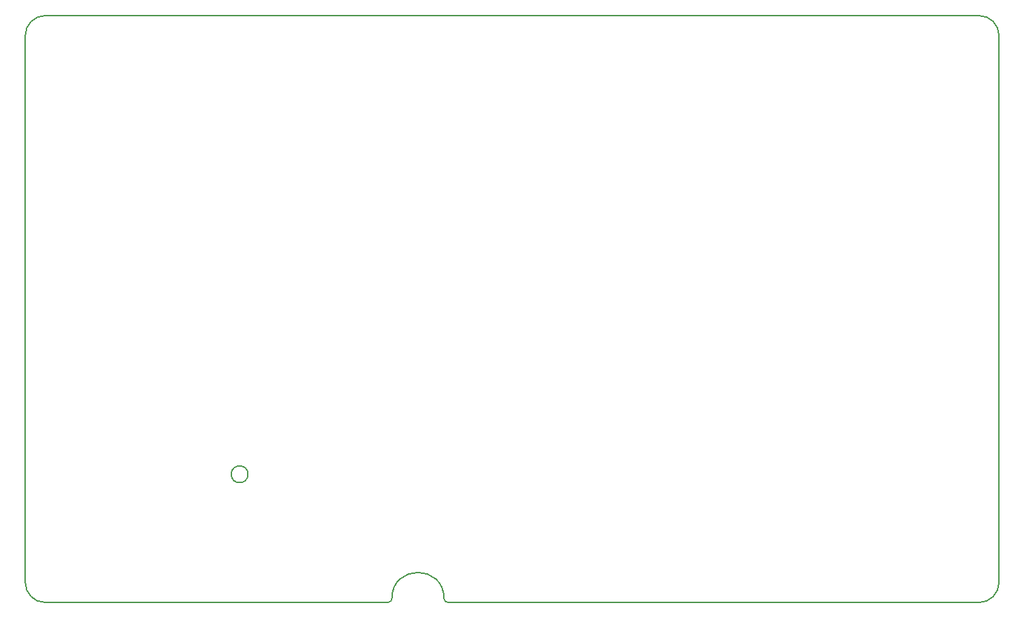
<source format=gm1>
G04 #@! TF.GenerationSoftware,KiCad,Pcbnew,(5.1.6)-1*
G04 #@! TF.CreationDate,2020-09-13T17:37:44+02:00*
G04 #@! TF.ProjectId,MainBoard,4d61696e-426f-4617-9264-2e6b69636164,rev?*
G04 #@! TF.SameCoordinates,Original*
G04 #@! TF.FileFunction,Profile,NP*
%FSLAX46Y46*%
G04 Gerber Fmt 4.6, Leading zero omitted, Abs format (unit mm)*
G04 Created by KiCad (PCBNEW (5.1.6)-1) date 2020-09-13 17:37:44*
%MOMM*%
%LPD*%
G01*
G04 APERTURE LIST*
G04 #@! TA.AperFunction,Profile*
%ADD10C,0.153000*%
G04 #@! TD*
G04 #@! TA.AperFunction,Profile*
%ADD11C,0.200000*%
G04 #@! TD*
G04 APERTURE END LIST*
D10*
X51050000Y-94250000D02*
G75*
G03*
X51050000Y-94250000I-1050000J0D01*
G01*
D11*
X68500000Y-110250000D02*
X25750000Y-110250000D01*
X76000000Y-110250000D02*
G75*
G02*
X75500000Y-109750000I0J500000D01*
G01*
X69000000Y-109750000D02*
G75*
G02*
X68500000Y-110250000I-500000J0D01*
G01*
X69000000Y-109750000D02*
G75*
G02*
X75500000Y-109750000I3250000J0D01*
G01*
X23250000Y-39500000D02*
G75*
G02*
X25750000Y-37000000I2500000J0D01*
G01*
X25750000Y-110250000D02*
G75*
G02*
X23250000Y-107750000I0J2500000D01*
G01*
X23250000Y-107750000D02*
X23250000Y-39500000D01*
X142250000Y-37000000D02*
X25750000Y-37000000D01*
X142250000Y-110250000D02*
X76000000Y-110250000D01*
X142250000Y-37000000D02*
G75*
G02*
X144750000Y-39500000I0J-2500000D01*
G01*
X144750000Y-107750000D02*
G75*
G02*
X142250000Y-110250000I-2500000J0D01*
G01*
X144750000Y-39500000D02*
X144750000Y-107750000D01*
M02*

</source>
